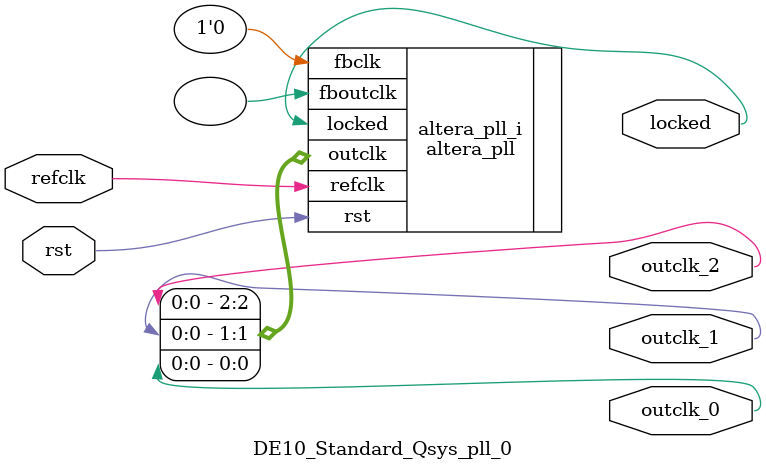
<source format=v>
`timescale 1ns/10ps
module  DE10_Standard_Qsys_pll_0(

	// interface 'refclk'
	input wire refclk,

	// interface 'reset'
	input wire rst,

	// interface 'outclk0'
	output wire outclk_0,

	// interface 'outclk1'
	output wire outclk_1,

	// interface 'outclk2'
	output wire outclk_2,

	// interface 'locked'
	output wire locked
);

	altera_pll #(
		.fractional_vco_multiplier("false"),
		.reference_clock_frequency("50.0 MHz"),
		.operation_mode("direct"),
		.number_of_clocks(3),
		.output_clock_frequency0("120.000000 MHz"),
		.phase_shift0("-5104 ps"),
		.duty_cycle0(50),
		.output_clock_frequency1("120.000000 MHz"),
		.phase_shift1("0 ps"),
		.duty_cycle1(50),
		.output_clock_frequency2("33.333333 MHz"),
		.phase_shift2("0 ps"),
		.duty_cycle2(50),
		.output_clock_frequency3("0 MHz"),
		.phase_shift3("0 ps"),
		.duty_cycle3(50),
		.output_clock_frequency4("0 MHz"),
		.phase_shift4("0 ps"),
		.duty_cycle4(50),
		.output_clock_frequency5("0 MHz"),
		.phase_shift5("0 ps"),
		.duty_cycle5(50),
		.output_clock_frequency6("0 MHz"),
		.phase_shift6("0 ps"),
		.duty_cycle6(50),
		.output_clock_frequency7("0 MHz"),
		.phase_shift7("0 ps"),
		.duty_cycle7(50),
		.output_clock_frequency8("0 MHz"),
		.phase_shift8("0 ps"),
		.duty_cycle8(50),
		.output_clock_frequency9("0 MHz"),
		.phase_shift9("0 ps"),
		.duty_cycle9(50),
		.output_clock_frequency10("0 MHz"),
		.phase_shift10("0 ps"),
		.duty_cycle10(50),
		.output_clock_frequency11("0 MHz"),
		.phase_shift11("0 ps"),
		.duty_cycle11(50),
		.output_clock_frequency12("0 MHz"),
		.phase_shift12("0 ps"),
		.duty_cycle12(50),
		.output_clock_frequency13("0 MHz"),
		.phase_shift13("0 ps"),
		.duty_cycle13(50),
		.output_clock_frequency14("0 MHz"),
		.phase_shift14("0 ps"),
		.duty_cycle14(50),
		.output_clock_frequency15("0 MHz"),
		.phase_shift15("0 ps"),
		.duty_cycle15(50),
		.output_clock_frequency16("0 MHz"),
		.phase_shift16("0 ps"),
		.duty_cycle16(50),
		.output_clock_frequency17("0 MHz"),
		.phase_shift17("0 ps"),
		.duty_cycle17(50),
		.pll_type("General"),
		.pll_subtype("General")
	) altera_pll_i (
		.rst	(rst),
		.outclk	({outclk_2, outclk_1, outclk_0}),
		.locked	(locked),
		.fboutclk	( ),
		.fbclk	(1'b0),
		.refclk	(refclk)
	);
endmodule


</source>
